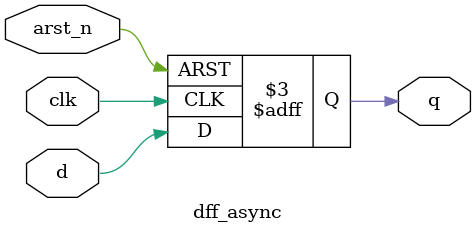
<source format=sv>
module dff_async (
    input  wire clk,    // Clock input
    input  wire arst_n, // Active-low asynchronous reset
    input  wire d,      // Data input
    output reg  q       // Output register
);

    // Optimized implementation with explicit state encoding
    // and power-aware reset handling
    always @(posedge clk or negedge arst_n) begin
        if (!arst_n) begin
            q <= 1'b0; // Reset state
        end
        else begin
            q <= d;    // Normal operation
        end
    end

endmodule
</source>
